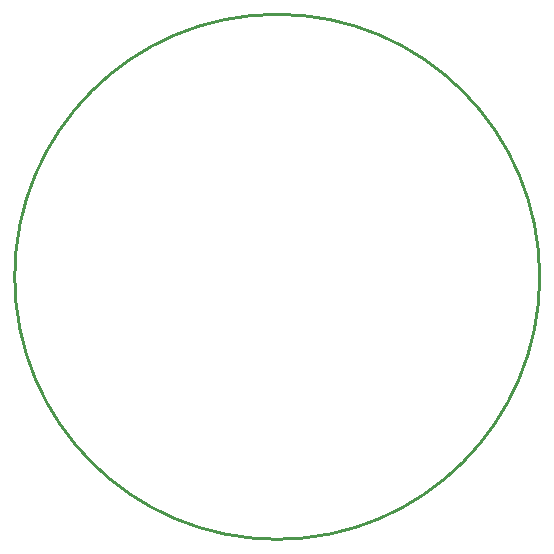
<source format=gbr>
G04 start of page 4 for group 2 idx 2 *
G04 Title: (unknown), outline *
G04 Creator: pcb 20110918 *
G04 CreationDate: Wed 06 Feb 2013 04:02:48 AM GMT UTC *
G04 For: railfan *
G04 Format: Gerber/RS-274X *
G04 PCB-Dimensions: 175000 175000 *
G04 PCB-Coordinate-Origin: lower left *
%MOIN*%
%FSLAX25Y25*%
%LNOUTLINE*%
%ADD34C,0.0100*%
G54D34*X0Y87500D03*
X175000D03*
X87500Y175000D03*
Y0D03*
X0Y87500D02*G75*G03X0Y87500I87500J0D01*G01*
M02*

</source>
